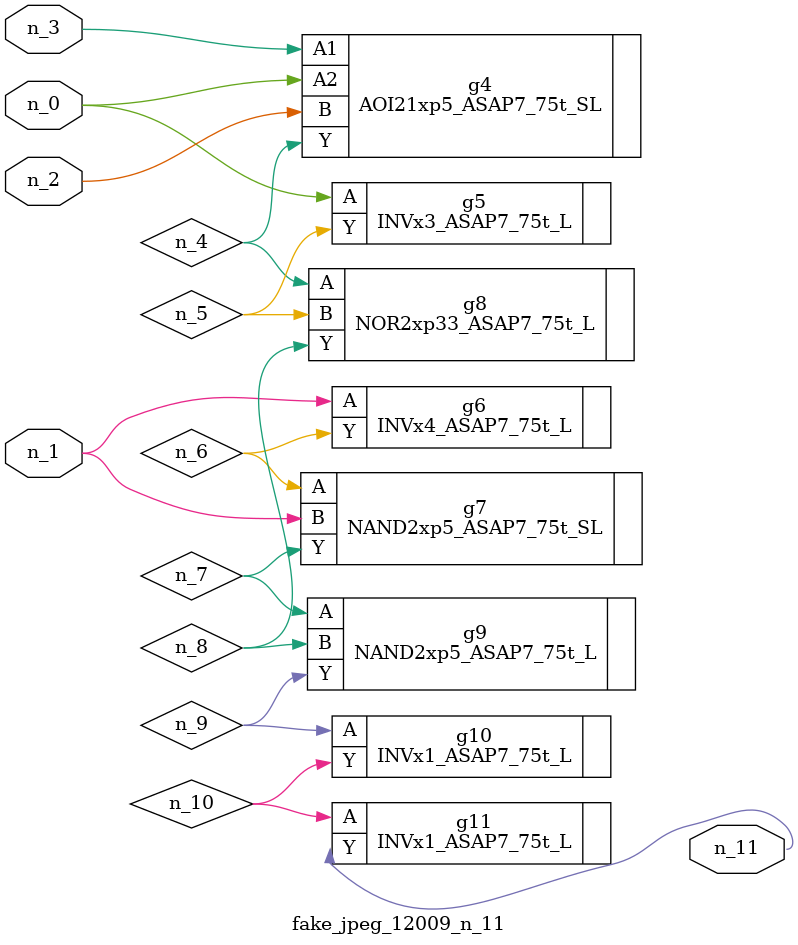
<source format=v>
module fake_jpeg_12009_n_11 (n_0, n_3, n_2, n_1, n_11);

input n_0;
input n_3;
input n_2;
input n_1;

output n_11;

wire n_10;
wire n_4;
wire n_8;
wire n_9;
wire n_6;
wire n_5;
wire n_7;

AOI21xp5_ASAP7_75t_SL g4 ( 
.A1(n_3),
.A2(n_0),
.B(n_2),
.Y(n_4)
);

INVx3_ASAP7_75t_L g5 ( 
.A(n_0),
.Y(n_5)
);

INVx4_ASAP7_75t_L g6 ( 
.A(n_1),
.Y(n_6)
);

NAND2xp5_ASAP7_75t_SL g7 ( 
.A(n_6),
.B(n_1),
.Y(n_7)
);

NAND2xp5_ASAP7_75t_L g9 ( 
.A(n_7),
.B(n_8),
.Y(n_9)
);

NOR2xp33_ASAP7_75t_L g8 ( 
.A(n_4),
.B(n_5),
.Y(n_8)
);

INVx1_ASAP7_75t_L g10 ( 
.A(n_9),
.Y(n_10)
);

INVx1_ASAP7_75t_L g11 ( 
.A(n_10),
.Y(n_11)
);


endmodule
</source>
